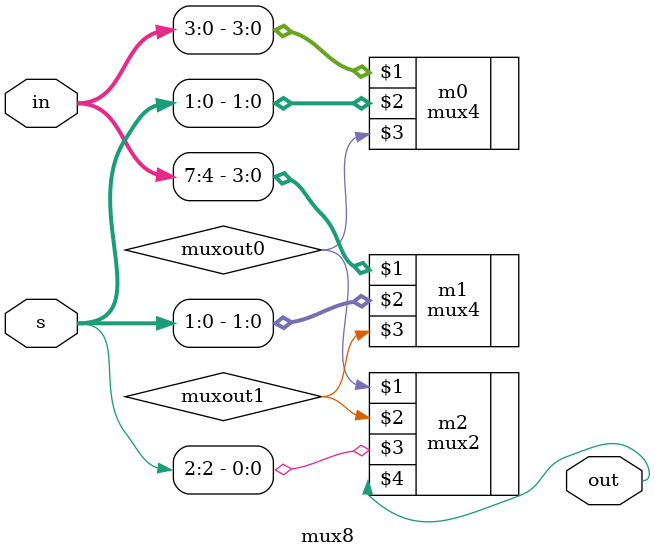
<source format=v>
module mux8 (
input [7:0] in,
input [2:0] s,
output out
);

wire muxout0, muxout1;

mux4 m0(in[3:0], s[1:0], muxout0);
mux4 m1(in[7:4], s[1:0], muxout1);
mux2 m2(muxout0, muxout1, s[2], out);


endmodule 
</source>
